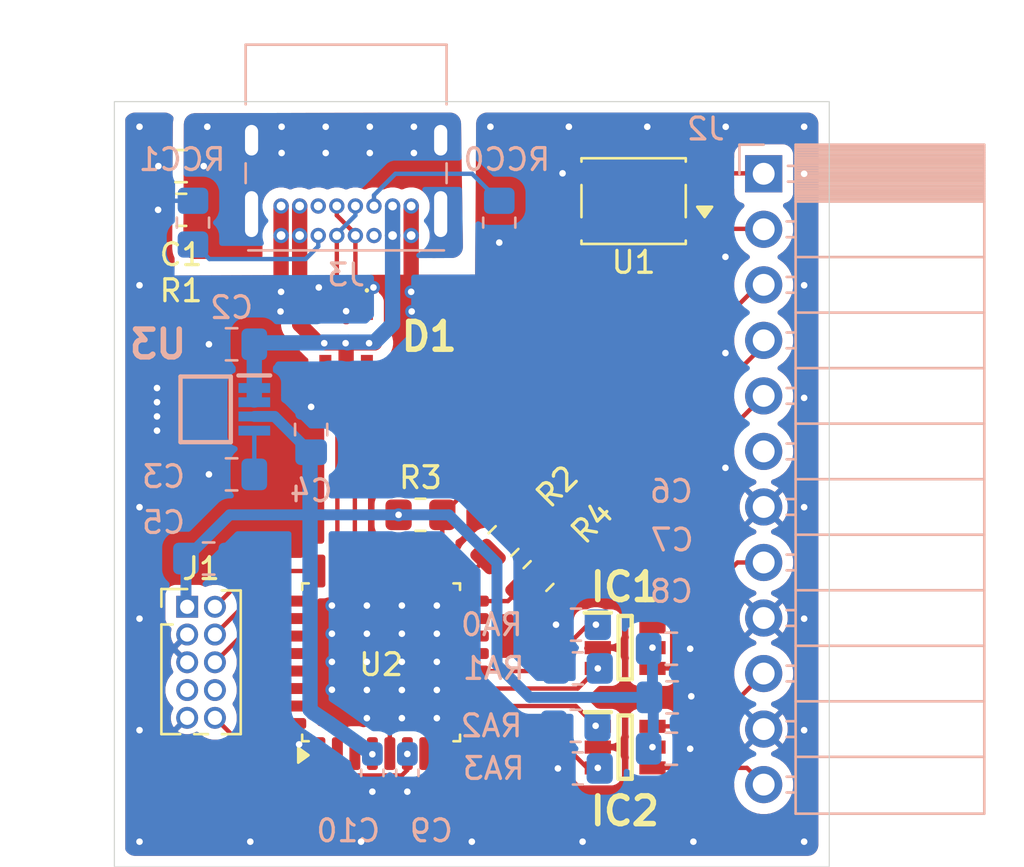
<source format=kicad_pcb>
(kicad_pcb (version 20241229) (generator "pcbnew") (generator_version "9.0")
  (layers (0 "F.Cu" signal) (4 "In1.Cu" signal) (6 "In2.Cu" signal) (2 "B.Cu" signal) (13 "F.Paste" user) (15 "B.Paste" user) (5 "F.SilkS" user "F.Silkscreen") (7 "B.SilkS" user "B.Silkscreen") (1 "F.Mask" user) (3 "B.Mask" user) (25 "Edge.Cuts" user))
  (net 0 "")
  (net 1 "NRST")
  (net 2 "+3V3")
  (net 3 "+5V")
  (net 4 "Net-(D1-I{slash}O_1)")
  (net 5 "/Controller/USB_DM")
  (net 6 "/Controller/USB_DP")
  (net 7 "Net-(D1-I{slash}O_2)")
  (net 8 "Net-(U2-SS)")
  (net 9 "OAPO")
  (net 10 "ORST")
  (net 11 "OPWR")
  (net 12 "/Controller/RST_STRAP")
  (net 13 "OREC")
  (net 14 "/Controller/APO_STRAP")
  (net 18 "SWDIO")
  (net 30 "SWO")
  (net 33 "SWCLK")
  (net 34 "/Controller/PWR_STRAP")
  (net 35 "/Controller/REC_STRAP")
  (net 36 "GND")
  (net 37 "PB2")
  (net 38 "PC_LED+")
  (net 42 "UART2_RXD")
  (net 44 "PC_LED-")
  (net 45 "UART2_TXD")
  (net 46 "Net-(J3-CC2)")
  (net 47 "Net-(J3-CC1)")
  (net 48 "Net-(U1-PB0)")
  (net 49 "Net-(U1-PB1)")
  (net 50 "GNDREF")
  (footprint "SamacSys:SOT95P280X145-6N" (layer "F.Cu") (at 110.6625 74.975)
    (property "Reference" "IC1" (at -0.0125 -2.775 0) (layer "F.SilkS") (effects (font (size 1.27 1.27) (thickness 0.254))))
    (property "Value" "SN74LVC2G07DBVR" (hide yes))
    (pad "1" smd rect (at -1.25 -0.95 90) (size 0.6 1.2) (layers "F.Cu" "F.Mask" "F.Paste") (net 9 "OAPO"))
    (pad "2" smd rect (at -1.25 0 90) (size 0.6 1.2) (layers "F.Cu" "F.Mask" "F.Paste") (net 36 "GND"))
    (pad "3" smd rect (at -1.25 0.95 90) (size 0.6 1.2) (layers "F.Cu" "F.Mask" "F.Paste") (net 10 "ORST"))
    (pad "4" smd rect (at 1.25 0.95 90) (size 0.6 1.2) (layers "F.Cu" "F.Mask" "F.Paste") (net 12 "/Controller/RST_STRAP"))
    (pad "5" smd rect (at 1.25 0 90) (size 0.6 1.2) (layers "F.Cu" "F.Mask" "F.Paste") (net 2 "+3V3"))
    (pad "6" smd rect (at 1.25 -0.95 90) (size 0.6 1.2) (layers "F.Cu" "F.Mask" "F.Paste") (net 14 "/Controller/APO_STRAP"))
  )
  (footprint "SamacSys:IP4220CZ6" (layer "F.Cu") (at 97.9 60.785 -90)
    (property "Reference" "D1" (at -0.035 -3.8 180) (layer "F.SilkS") (effects (font (size 1.27 1.27) (thickness 0.254))))
    (property "Value" "IP4220CZ6" (hide yes))
    (pad "1" smd rect (at -1.2 -0.95) (size 0.55 0.8) (layers "F.Cu" "F.Mask" "F.Paste") (net 4 "Net-(D1-I{slash}O_1)"))
    (pad "2" smd rect (at -1.2 0) (size 0.55 0.8) (layers "F.Cu" "F.Mask" "F.Paste") (net 36 "GND"))
    (pad "3" smd rect (at -1.2 0.95) (size 0.55 0.8) (layers "F.Cu" "F.Mask" "F.Paste") (net 7 "Net-(D1-I{slash}O_2)"))
    (pad "4" smd rect (at 1.2 0.95) (size 0.55 0.8) (layers "F.Cu" "F.Mask" "F.Paste") (net 6 "/Controller/USB_DP"))
    (pad "5" smd rect (at 1.2 0) (size 0.55 0.8) (layers "F.Cu" "F.Mask" "F.Paste") (net 3 "+5V"))
    (pad "6" smd rect (at 1.2 -0.95) (size 0.55 0.8) (layers "F.Cu" "F.Mask" "F.Paste") (net 5 "/Controller/USB_DM"))
  )
  (footprint "Connector_PinHeader_1.27mm:PinHeader_2x05_P1.27mm_Vertical" (layer "F.Cu") (at 90.63 73.105235)
    (property "Reference" "J1" (at 0.635 -1.745 0) (layer "F.SilkS"))
    (property "Value" "Conn_ARM_JTAG_SWD_10")
    (pad "1" thru_hole rect (at 0 0) (size 1 1) (drill 0.65) (layers "*.Cu" "*.Mask") (net 2 "+3V3"))
    (pad "2" thru_hole circle (at 1.27 0) (size 1 1) (drill 0.65) (layers "*.Cu" "*.Mask") (net 18 "SWDIO"))
    (pad "3" thru_hole circle (at 0 1.27) (size 1 1) (drill 0.65) (layers "*.Cu" "*.Mask") (net 36 "GND"))
    (pad "4" thru_hole circle (at 1.27 1.27) (size 1 1) (drill 0.65) (layers "*.Cu" "*.Mask") (net 33 "SWCLK"))
    (pad "5" thru_hole circle (at 0 2.54) (size 1 1) (drill 0.65) (layers "*.Cu" "*.Mask") (net 36 "GND"))
    (pad "6" thru_hole circle (at 1.27 2.54) (size 1 1) (drill 0.65) (layers "*.Cu" "*.Mask") (net 30 "SWO"))
    (pad "7" thru_hole circle (at 0 3.81) (size 1 1) (drill 0.65) (layers "*.Cu" "*.Mask"))
    (pad "8" thru_hole circle (at 1.27 3.81) (size 1 1) (drill 0.65) (layers "*.Cu" "*.Mask"))
    (pad "9" thru_hole circle (at 0 5.08) (size 1 1) (drill 0.65) (layers "*.Cu" "*.Mask") (net 36 "GND"))
    (pad "10" thru_hole circle (at 1.27 5.08) (size 1 1) (drill 0.65) (layers "*.Cu" "*.Mask") (net 1 "NRST"))
  )
  (footprint "Resistor_SMD:R_0805_2012Metric_Pad1.20x1.40mm_HandSolder" (layer "F.Cu") (at 106.7 71.7 -135)
    (property "Reference" "R4" (at -3.464823 0 225) (layer "F.SilkS"))
    (property "Value" "33 Ω")
    (pad "1" smd roundrect (at -1 0 225) (size 1.2 1.4) (layers "F.Cu" "F.Mask" "F.Paste") (roundrect_rratio 0.208333) (net 45 "UART2_TXD"))
    (pad "2" smd roundrect (at 1 0 225) (size 1.2 1.4) (layers "F.Cu" "F.Mask" "F.Paste") (roundrect_rratio 0.208333) (net 49 "Net-(U1-PB1)"))
  )
  (footprint "Resistor_SMD:R_0805_2012Metric_Pad1.20x1.40mm_HandSolder" (layer "F.Cu") (at 90.36 54.95 180)
    (property "Reference" "R1" (at 0.01 -3.7 0) (layer "F.SilkS"))
    (property "Value" "1 MΩ")
    (pad "1" smd roundrect (at -1 0 180) (size 1.2 1.4) (layers "F.Cu" "F.Mask" "F.Paste") (roundrect_rratio 0.208333) (net 50 "GNDREF"))
    (pad "2" smd roundrect (at 1 0 180) (size 1.2 1.4) (layers "F.Cu" "F.Mask" "F.Paste") (roundrect_rratio 0.208333) (net 36 "GND"))
  )
  (footprint "Resistor_SMD:R_0805_2012Metric_Pad1.20x1.40mm_HandSolder" (layer "F.Cu") (at 101.3 68.9)
    (property "Reference" "R3" (at 0 -1.7 180) (layer "F.SilkS"))
    (property "Value" "10 kΩ")
    (pad "1" smd roundrect (at -1 0) (size 1.2 1.4) (layers "F.Cu" "F.Mask" "F.Paste") (roundrect_rratio 0.208333) (net 2 "+3V3"))
    (pad "2" smd roundrect (at 1 0) (size 1.2 1.4) (layers "F.Cu" "F.Mask" "F.Paste") (roundrect_rratio 0.208333) (net 37 "PB2"))
  )
  (footprint "SamacSys:SOT95P280X145-6N" (layer "F.Cu") (at 110.6625 79.525)
    (property "Reference" "IC2" (at -0.0125 2.925 0) (layer "F.SilkS") (effects (font (size 1.27 1.27) (thickness 0.254))))
    (property "Value" "SN74LVC2G07DBVR" (hide yes))
    (pad "1" smd rect (at -1.25 -0.95 90) (size 0.6 1.2) (layers "F.Cu" "F.Mask" "F.Paste") (net 13 "OREC"))
    (pad "2" smd rect (at -1.25 0 90) (size 0.6 1.2) (layers "F.Cu" "F.Mask" "F.Paste") (net 36 "GND"))
    (pad "3" smd rect (at -1.25 0.95 90) (size 0.6 1.2) (layers "F.Cu" "F.Mask" "F.Paste") (net 11 "OPWR"))
    (pad "4" smd rect (at 1.25 0.95 90) (size 0.6 1.2) (layers "F.Cu" "F.Mask" "F.Paste") (net 34 "/Controller/PWR_STRAP"))
    (pad "5" smd rect (at 1.25 0 90) (size 0.6 1.2) (layers "F.Cu" "F.Mask" "F.Paste") (net 2 "+3V3"))
    (pad "6" smd rect (at 1.25 -0.95 90) (size 0.6 1.2) (layers "F.Cu" "F.Mask" "F.Paste") (net 35 "/Controller/REC_STRAP"))
  )
  (footprint "Package_SO:SOIC-4_4.55x3.7mm_P2.54mm" (layer "F.Cu") (at 111.05 54.55 180)
    (property "Reference" "U1" (at 0 -2.8 0) (layer "F.SilkS"))
    (property "Value" "TLP185xSE")
    (pad "1" smd roundrect (at -3.25 -1.27 180) (size 1.6 0.55) (layers "F.Cu" "F.Mask" "F.Paste") (net 38 "PC_LED+"))
    (pad "3" smd roundrect (at -3.25 1.27 180) (size 1.6 0.55) (layers "F.Cu" "F.Mask" "F.Paste") (net 44 "PC_LED-"))
    (pad "4" smd roundrect (at 3.25 1.27 180) (size 1.6 0.55) (layers "F.Cu" "F.Mask" "F.Paste") (net 36 "GND"))
    (pad "6" smd roundrect (at 3.25 -1.27 180) (size 1.6 0.55) (layers "F.Cu" "F.Mask" "F.Paste") (net 37 "PB2"))
  )
  (footprint "Package_QFP:LQFP-32_7x7mm_P0.8mm" (layer "F.Cu") (at 99.5 75.645235 90)
    (property "Reference" "U2" (at -0.104765 0 180) (layer "F.SilkS"))
    (property "Value" "STM32G0B1KETx")
    (pad "1" smd roundrect (at -4.175 -2.8 90) (size 1.5 0.5) (layers "F.Cu" "F.Mask" "F.Paste"))
    (pad "2" smd roundrect (at -4.175 -2 90) (size 1.5 0.5) (layers "F.Cu" "F.Mask" "F.Paste"))
    (pad "3" smd roundrect (at -4.175 -1.2 90) (size 1.5 0.5) (layers "F.Cu" "F.Mask" "F.Paste"))
    (pad "4" smd roundrect (at -4.175 -0.4 90) (size 1.5 0.5) (layers "F.Cu" "F.Mask" "F.Paste") (net 2 "+3V3"))
    (pad "5" smd roundrect (at -4.175 0.4 90) (size 1.5 0.5) (layers "F.Cu" "F.Mask" "F.Paste") (net 36 "GND"))
    (pad "6" smd roundrect (at -4.175 1.2 90) (size 1.5 0.5) (layers "F.Cu" "F.Mask" "F.Paste") (net 1 "NRST"))
    (pad "7" smd roundrect (at -4.175 2 90) (size 1.5 0.5) (layers "F.Cu" "F.Mask" "F.Paste"))
    (pad "8" smd roundrect (at -4.175 2.8 90) (size 1.5 0.5) (layers "F.Cu" "F.Mask" "F.Paste"))
    (pad "9" smd roundrect (at -2.8 4.175 90) (size 0.5 1.5) (layers "F.Cu" "F.Mask" "F.Paste") (net 11 "OPWR"))
    (pad "10" smd roundrect (at -2 4.175 90) (size 0.5 1.5) (layers "F.Cu" "F.Mask" "F.Paste") (net 13 "OREC"))
    (pad "11" smd roundrect (at -1.2 4.175 90) (size 0.5 1.5) (layers "F.Cu" "F.Mask" "F.Paste") (net 10 "ORST"))
    (pad "12" smd roundrect (at -0.4 4.175 90) (size 0.5 1.5) (layers "F.Cu" "F.Mask" "F.Paste") (net 9 "OAPO"))
    (pad "13" smd roundrect (at 0.4 4.175 90) (size 0.5 1.5) (layers "F.Cu" "F.Mask" "F.Paste"))
    (pad "14" smd roundrect (at 1.2 4.175 90) (size 0.5 1.5) (layers "F.Cu" "F.Mask" "F.Paste"))
    (pad "15" smd roundrect (at 2 4.175 90) (size 0.5 1.5) (layers "F.Cu" "F.Mask" "F.Paste") (net 48 "Net-(U1-PB0)"))
    (pad "16" smd roundrect (at 2.8 4.175 90) (size 0.5 1.5) (layers "F.Cu" "F.Mask" "F.Paste") (net 49 "Net-(U1-PB1)"))
    (pad "17" smd roundrect (at 4.175 2.8 90) (size 1.5 0.5) (layers "F.Cu" "F.Mask" "F.Paste") (net 37 "PB2"))
    (pad "18" smd roundrect (at 4.175 2 90) (size 1.5 0.5) (layers "F.Cu" "F.Mask" "F.Paste"))
    (pad "19" smd roundrect (at 4.175 1.2 90) (size 1.5 0.5) (layers "F.Cu" "F.Mask" "F.Paste"))
    (pad "20" smd roundrect (at 4.175 0.4 90) (size 1.5 0.5) (layers "F.Cu" "F.Mask" "F.Paste"))
    (pad "21" smd roundrect (at 4.175 -0.4 90) (size 1.5 0.5) (layers "F.Cu" "F.Mask" "F.Paste"))
    (pad "22" smd roundrect (at 4.175 -1.2 90) (size 1.5 0.5) (layers "F.Cu" "F.Mask" "F.Paste") (net 5 "/Controller/USB_DM"))
    (pad "23" smd roundrect (at 4.175 -2 90) (size 1.5 0.5) (layers "F.Cu" "F.Mask" "F.Paste") (net 6 "/Controller/USB_DP"))
    (pad "24" smd roundrect (at 4.175 -2.8 90) (size 1.5 0.5) (layers "F.Cu" "F.Mask" "F.Paste") (net 18 "SWDIO"))
    (pad "25" smd roundrect (at 2.8 -4.175 90) (size 0.5 1.5) (layers "F.Cu" "F.Mask" "F.Paste") (net 33 "SWCLK"))
    (pad "26" smd roundrect (at 2 -4.175 90) (size 0.5 1.5) (layers "F.Cu" "F.Mask" "F.Paste"))
    (pad "27" smd roundrect (at 1.2 -4.175 90) (size 0.5 1.5) (layers "F.Cu" "F.Mask" "F.Paste") (net 30 "SWO"))
    (pad "28" smd roundrect (at 0.4 -4.175 90) (size 0.5 1.5) (layers "F.Cu" "F.Mask" "F.Paste"))
    (pad "29" smd roundrect (at -0.4 -4.175 90) (size 0.5 1.5) (layers "F.Cu" "F.Mask" "F.Paste"))
    (pad "30" smd roundrect (at -1.2 -4.175 90) (size 0.5 1.5) (layers "F.Cu" "F.Mask" "F.Paste"))
    (pad "31" smd roundrect (at -2 -4.175 90) (size 0.5 1.5) (layers "F.Cu" "F.Mask" "F.Paste"))
    (pad "32" smd roundrect (at -2.8 -4.175 90) (size 0.5 1.5) (layers "F.Cu" "F.Mask" "F.Paste"))
  )
  (footprint "Resistor_SMD:R_0805_2012Metric_Pad1.20x1.40mm_HandSolder" (layer "F.Cu") (at 105.1 70.1 -135)
    (property "Reference" "R2" (at -3.500179 0.035355 225) (layer "F.SilkS"))
    (property "Value" "33 Ω")
    (pad "1" smd roundrect (at -1 0 225) (size 1.2 1.4) (layers "F.Cu" "F.Mask" "F.Paste") (roundrect_rratio 0.208333) (net 42 "UART2_RXD"))
    (pad "2" smd roundrect (at 1 0 225) (size 1.2 1.4) (layers "F.Cu" "F.Mask" "F.Paste") (roundrect_rratio 0.208333) (net 48 "Net-(U1-PB0)"))
  )
  (footprint "Capacitor_SMD:C_0805_2012Metric_Pad1.18x1.45mm_HandSolder" (layer "F.Cu") (at 90.35 52.95 180)
    (property "Reference" "C1" (at 0 -4.05 0) (layer "F.SilkS"))
    (property "Value" "2.2 nF")
    (pad "1" smd roundrect (at -1.0375 0 180) (size 1.175 1.45) (layers "F.Cu" "F.Mask" "F.Paste") (roundrect_rratio 0.212766) (net 50 "GNDREF"))
    (pad "2" smd roundrect (at 1.0375 0 180) (size 1.175 1.45) (layers "F.Cu" "F.Mask" "F.Paste") (roundrect_rratio 0.212766) (net 36 "GND"))
  )
  (footprint "Connector_USB:USB_C_Receptacle_GCT_USB4085" (layer "B.Cu") (at 94.925 56.125)
    (property "Reference" "J3" (at 2.975 1.8 0) (layer "B.SilkS") (effects (justify mirror)))
    (property "Value" "USB_C_Receptacle_USB2.0_14P")
    (pad "A1" thru_hole circle (at 0 0) (size 0.7 0.7) (drill 0.4) (layers "*.Cu" "*.Mask") (net 36 "GND"))
    (pad "A4" thru_hole circle (at 0.85 0) (size 0.7 0.7) (drill 0.4) (layers "*.Cu" "*.Mask") (net 3 "+5V"))
    (pad "A5" thru_hole circle (at 1.7 0) (size 0.7 0.7) (drill 0.4) (layers "*.Cu" "*.Mask") (net 47 "Net-(J3-CC1)"))
    (pad "A6" thru_hole circle (at 2.55 0) (size 0.7 0.7) (drill 0.4) (layers "*.Cu" "*.Mask") (net 7 "Net-(D1-I{slash}O_2)"))
    (pad "A7" thru_hole circle (at 3.4 0) (size 0.7 0.7) (drill 0.4) (layers "*.Cu" "*.Mask") (net 4 "Net-(D1-I{slash}O_1)"))
    (pad "A8" thru_hole circle (at 4.25 0) (size 0.7 0.7) (drill 0.4) (layers "*.Cu" "*.Mask"))
    (pad "A9" thru_hole circle (at 5.1 0) (size 0.7 0.7) (drill 0.4) (layers "*.Cu" "*.Mask") (net 3 "+5V"))
    (pad "A12" thru_hole circle (at 5.95 0) (size 0.7 0.7) (drill 0.4) (layers "*.Cu" "*.Mask") (net 36 "GND"))
    (pad "B1" thru_hole circle (at 5.95 -1.35) (size 0.7 0.7) (drill 0.4) (layers "*.Cu" "*.Mask") (net 36 "GND"))
    (pad "B4" thru_hole circle (at 5.1 -1.35) (size 0.7 0.7) (drill 0.4) (layers "*.Cu" "*.Mask") (net 3 "+5V"))
    (pad "B5" thru_hole circle (at 4.25 -1.35) (size 0.7 0.7) (drill 0.4) (layers "*.Cu" "*.Mask") (net 46 "Net-(J3-CC2)"))
    (pad "B6" thru_hole circle (at 3.4 -1.35) (size 0.7 0.7) (drill 0.4) (layers "*.Cu" "*.Mask") (net 7 "Net-(D1-I{slash}O_2)"))
    (pad "B7" thru_hole circle (at 2.55 -1.35) (size 0.7 0.7) (drill 0.4) (layers "*.Cu" "*.Mask") (net 4 "Net-(D1-I{slash}O_1)"))
    (pad "B8" thru_hole circle (at 1.7 -1.35) (size 0.7 0.7) (drill 0.4) (layers "*.Cu" "*.Mask"))
    (pad "B9" thru_hole circle (at 0.85 -1.35) (size 0.7 0.7) (drill 0.4) (layers "*.Cu" "*.Mask") (net 3 "+5V"))
    (pad "B12" thru_hole circle (at 0 -1.35) (size 0.7 0.7) (drill 0.4) (layers "*.Cu" "*.Mask") (net 36 "GND"))
    (pad "S1" thru_hole oval (at -1.35 -4.36) (size 0.9 1.7) (drill oval 0.6 1.4) (layers "*.Cu" "*.Mask") (net 50 "GNDREF"))
    (pad "S1" thru_hole oval (at -1.35 -0.98) (size 0.9 2.4) (drill oval 0.6 2.1) (layers "*.Cu" "*.Mask") (net 50 "GNDREF"))
    (pad "S1" thru_hole oval (at 7.3 -4.36) (size 0.9 1.7) (drill oval 0.6 1.4) (layers "*.Cu" "*.Mask") (net 50 "GNDREF"))
    (pad "S1" thru_hole oval (at 7.3 -0.98) (size 0.9 2.4) (drill oval 0.6 2.1) (layers "*.Cu" "*.Mask") (net 50 "GNDREF"))
  )
  (footprint "SamacSys:SOP65P490X110-8N" (layer "B.Cu") (at 91.475 64.075 180)
    (property "Reference" "U3" (at 2.175 2.975 0) (layer "B.SilkS") (effects (font (size 1.27 1.27) (thickness 0.254)) (justify mirror)))
    (property "Value" "ADP1715ARMZ-3.3-R7" (hide yes))
    (pad "1" smd rect (at -2.225 0.975 90) (size 0.45 1.45) (layers "B.Cu" "B.Mask" "B.Paste") (net 3 "+5V"))
    (pad "2" smd rect (at -2.225 0.325 90) (size 0.45 1.45) (layers "B.Cu" "B.Mask" "B.Paste") (net 3 "+5V"))
    (pad "3" smd rect (at -2.225 -0.325 90) (size 0.45 1.45) (layers "B.Cu" "B.Mask" "B.Paste") (net 2 "+3V3"))
    (pad "4" smd rect (at -2.225 -0.975 90) (size 0.45 1.45) (layers "B.Cu" "B.Mask" "B.Paste") (net 8 "Net-(U2-SS)"))
    (pad "5" smd rect (at 2.225 -0.975 90) (size 0.45 1.45) (layers "B.Cu" "B.Mask" "B.Paste") (net 36 "GND"))
    (pad "6" smd rect (at 2.225 -0.325 90) (size 0.45 1.45) (layers "B.Cu" "B.Mask" "B.Paste") (net 36 "GND"))
    (pad "7" smd rect (at 2.225 0.325 90) (size 0.45 1.45) (layers "B.Cu" "B.Mask" "B.Paste") (net 36 "GND"))
    (pad "8" smd rect (at 2.225 0.975 90) (size 0.45 1.45) (layers "B.Cu" "B.Mask" "B.Paste") (net 36 "GND"))
  )
  (footprint "Capacitor_SMD:C_0603_1608Metric_Pad1.08x0.95mm_HandSolder" (layer "B.Cu") (at 100.7 80.7 -90)
    (property "Reference" "C9" (at 2.65 -1.1 0) (layer "B.SilkS") (effects (justify mirror)))
    (property "Value" "0.1 μF")
    (pad "1" smd roundrect (at -0.8625 0 270) (size 1.075 0.95) (layers "B.Cu" "B.Mask" "B.Paste") (net 1 "NRST"))
    (pad "2" smd roundrect (at 0.8625 0 270) (size 1.075 0.95) (layers "B.Cu" "B.Mask" "B.Paste") (net 36 "GND"))
  )
  (footprint "Capacitor_SMD:C_0805_2012Metric_Pad1.18x1.45mm_HandSolder" (layer "B.Cu") (at 112.775 79.6)
    (property "Reference" "C8" (at 0 -7.2 180) (layer "B.SilkS") (effects (justify mirror)))
    (property "Value" "0.1 µF")
    (pad "1" smd roundrect (at -1.0375 0) (size 1.175 1.45) (layers "B.Cu" "B.Mask" "B.Paste") (roundrect_rratio 0.212766) (net 2 "+3V3"))
    (pad "2" smd roundrect (at 1.0375 0) (size 1.175 1.45) (layers "B.Cu" "B.Mask" "B.Paste") (roundrect_rratio 0.212766) (net 36 "GND"))
  )
  (footprint "Connector_PinSocket_2.54mm:PinSocket_1x12_P2.54mm_Horizontal" (layer "B.Cu") (at 117 53.3 180)
    (property "Reference" "J2" (at 2.65 2.05 0) (layer "B.SilkS") (effects (justify mirror)))
    (property "Value" "Conn_01x12_Socket")
    (pad "1" thru_hole rect (at 0 0 180) (size 1.7 1.7) (drill 1) (layers "*.Cu" "*.Mask") (net 44 "PC_LED-"))
    (pad "2" thru_hole circle (at 0 -2.54 180) (size 1.7 1.7) (drill 1) (layers "*.Cu" "*.Mask") (net 38 "PC_LED+"))
    (pad "3" thru_hole circle (at 0 -5.08 180) (size 1.7 1.7) (drill 1) (layers "*.Cu" "*.Mask") (net 42 "UART2_RXD"))
    (pad "4" thru_hole circle (at 0 -7.62 180) (size 1.7 1.7) (drill 1) (layers "*.Cu" "*.Mask") (net 45 "UART2_TXD"))
    (pad "5" thru_hole circle (at 0 -10.16 180) (size 1.7 1.7) (drill 1) (layers "*.Cu" "*.Mask") (net 14 "/Controller/APO_STRAP"))
    (pad "6" thru_hole circle (at 0 -12.7 180) (size 1.7 1.7) (drill 1) (layers "*.Cu" "*.Mask"))
    (pad "7" thru_hole circle (at 0 -15.24 180) (size 1.7 1.7) (drill 1) (layers "*.Cu" "*.Mask") (net 36 "GND"))
    (pad "8" thru_hole circle (at 0 -17.78 180) (size 1.7 1.7) (drill 1) (layers "*.Cu" "*.Mask") (net 12 "/Controller/RST_STRAP"))
    (pad "9" thru_hole circle (at 0 -20.32 180) (size 1.7 1.7) (drill 1) (layers "*.Cu" "*.Mask") (net 36 "GND"))
    (pad "10" thru_hole circle (at 0 -22.86 180) (size 1.7 1.7) (drill 1) (layers "*.Cu" "*.Mask") (net 35 "/Controller/REC_STRAP"))
    (pad "11" thru_hole circle (at 0 -25.4 180) (size 1.7 1.7) (drill 1) (layers "*.Cu" "*.Mask") (net 36 "GND"))
    (pad "12" thru_hole circle (at 0 -27.94 180) (size 1.7 1.7) (drill 1) (layers "*.Cu" "*.Mask") (net 34 "/Controller/PWR_STRAP"))
  )
  (footprint "Capacitor_SMD:C_0805_2012Metric_Pad1.18x1.45mm_HandSolder" (layer "B.Cu") (at 92.6625 67.05 180)
    (property "Reference" "C3" (at 3.1125 -0.1 0) (layer "B.SilkS") (effects (justify mirror)))
    (property "Value" "10nF")
    (pad "1" smd roundrect (at -1.0375 0 180) (size 1.175 1.45) (layers "B.Cu" "B.Mask" "B.Paste") (roundrect_rratio 0.212766) (net 8 "Net-(U2-SS)"))
    (pad "2" smd roundrect (at 1.0375 0 180) (size 1.175 1.45) (layers "B.Cu" "B.Mask" "B.Paste") (roundrect_rratio 0.212766) (net 36 "GND"))
  )
  (footprint "Capacitor_SMD:C_0603_1608Metric_Pad1.08x0.95mm_HandSolder" (layer "B.Cu") (at 99.1 80.7 -90)
    (property "Reference" "C10" (at 2.65 1.1 0) (layer "B.SilkS") (effects (justify mirror)))
    (property "Value" "0.1 µF")
    (pad "1" smd roundrect (at -0.8625 0 270) (size 1.075 0.95) (layers "B.Cu" "B.Mask" "B.Paste") (net 2 "+3V3"))
    (pad "2" smd roundrect (at 0.8625 0 270) (size 1.075 0.95) (layers "B.Cu" "B.Mask" "B.Paste") (net 36 "GND"))
  )
  (footprint "Capacitor_SMD:C_0805_2012Metric_Pad1.18x1.45mm_HandSolder" (layer "B.Cu") (at 92.6625 61.1 180)
    (property "Reference" "C2" (at 0 1.68 0) (layer "B.SilkS") (effects (justify mirror)))
    (property "Value" "2.2μF")
    (pad "1" smd roundrect (at -1.0375 0 180) (size 1.175 1.45) (layers "B.Cu" "B.Mask" "B.Paste") (roundrect_rratio 0.212766) (net 3 "+5V"))
    (pad "2" smd roundrect (at 1.0375 0 180) (size 1.175 1.45) (layers "B.Cu" "B.Mask" "B.Paste") (roundrect_rratio 0.212766) (net 36 "GND"))
  )
  (footprint "Capacitor_SMD:C_0805_2012Metric_Pad1.18x1.45mm_HandSolder" (layer "B.Cu") (at 96.3 65 90)
    (property "Reference" "C4" (at -2.8 0 180) (layer "B.SilkS") (effects (justify mirror)))
    (property "Value" "2.2μF")
    (pad "1" smd roundrect (at -1.0375 0 90) (size 1.175 1.45) (layers "B.Cu" "B.Mask" "B.Paste") (roundrect_rratio 0.212766) (net 2 "+3V3"))
    (pad "2" smd roundrect (at 1.0375 0 90) (size 1.175 1.45) (layers "B.Cu" "B.Mask" "B.Paste") (roundrect_rratio 0.212766) (net 36 "GND"))
  )
  (footprint "Resistor_SMD:R_0805_2012Metric_Pad1.20x1.40mm_HandSolder" (layer "B.Cu") (at 104.905 55.535 -90)
    (property "Reference" "RCC0" (at -2.885 -0.345 0) (layer "B.SilkS") (effects (justify mirror)))
    (property "Value" "5.1 kΩ")
    (pad "1" smd roundrect (at -1 0 270) (size 1.2 1.4) (layers "B.Cu" "B.Mask" "B.Paste") (roundrect_rratio 0.208333) (net 46 "Net-(J3-CC2)"))
    (pad "2" smd roundrect (at 1 0 270) (size 1.2 1.4) (layers "B.Cu" "B.Mask" "B.Paste") (roundrect_rratio 0.208333) (net 36 "GND"))
  )
  (footprint "Resistor_SMD:R_0805_2012Metric_Pad1.20x1.40mm_HandSolder" (layer "B.Cu") (at 108.4125 73.925 180)
    (property "Reference" "RA0" (at 3.85 0 0) (layer "B.SilkS") (effects (justify mirror)))
    (property "Value" "100 kΩ")
    (pad "1" smd roundrect (at -1 0 180) (size 1.2 1.4) (layers "B.Cu" "B.Mask" "B.Paste") (roundrect_rratio 0.208333) (net 9 "OAPO"))
    (pad "2" smd roundrect (at 1 0 180) (size 1.2 1.4) (layers "B.Cu" "B.Mask" "B.Paste") (roundrect_rratio 0.208333) (net 36 "GND"))
  )
  (footprint "Capacitor_SMD:C_0805_2012Metric_Pad1.18x1.45mm_HandSolder" (layer "B.Cu") (at 112.8125 77.25)
    (property "Reference" "C7" (at 0 -7.2 180) (layer "B.SilkS") (effects (justify mirror)))
    (property "Value" "1 µF")
    (pad "1" smd roundrect (at -1.0375 0) (size 1.175 1.45) (layers "B.Cu" "B.Mask" "B.Paste") (roundrect_rratio 0.212766) (net 2 "+3V3"))
    (pad "2" smd roundrect (at 1.0375 0) (size 1.175 1.45) (layers "B.Cu" "B.Mask" "B.Paste") (roundrect_rratio 0.212766) (net 36 "GND"))
  )
  (footprint "Resistor_SMD:R_0805_2012Metric_Pad1.20x1.40mm_HandSolder" (layer "B.Cu") (at 108.5 75.925 180)
    (property "Reference" "RA1" (at 3.85 0 0) (layer "B.SilkS") (effects (justify mirror)))
    (property "Value" "100 kΩ")
    (pad "1" smd roundrect (at -1 0 180) (size 1.2 1.4) (layers "B.Cu" "B.Mask" "B.Paste") (roundrect_rratio 0.208333) (net 10 "ORST"))
    (pad "2" smd roundrect (at 1 0 180) (size 1.2 1.4) (layers "B.Cu" "B.Mask" "B.Paste") (roundrect_rratio 0.208333) (net 36 "GND"))
  )
  (footprint "Resistor_SMD:R_0805_2012Metric_Pad1.20x1.40mm_HandSolder" (layer "B.Cu") (at 108.5 80.5 180)
    (property "Reference" "RA3" (at 3.85 0 0) (layer "B.SilkS") (effects (justify mirror)))
    (property "Value" "100 kΩ")
    (pad "1" smd roundrect (at -1 0 180) (size 1.2 1.4) (layers "B.Cu" "B.Mask" "B.Paste") (roundrect_rratio 0.208333) (net 11 "OPWR"))
    (pad "2" smd roundrect (at 1 0 180) (size 1.2 1.4) (layers "B.Cu" "B.Mask" "B.Paste") (roundrect_rratio 0.208333) (net 36 "GND"))
  )
  (footprint "Resistor_SMD:R_0805_2012Metric_Pad1.20x1.40mm_HandSolder" (layer "B.Cu") (at 108.4 78.55 180)
    (property "Reference" "RA2" (at 3.85 0 0) (layer "B.SilkS") (effects (justify mirror)))
    (property "Value" "100 kΩ")
    (pad "1" smd roundrect (at -1 0 180) (size 1.2 1.4) (layers "B.Cu" "B.Mask" "B.Paste") (roundrect_rratio 0.208333) (net 13 "OREC"))
    (pad "2" smd roundrect (at 1 0 180) (size 1.2 1.4) (layers "B.Cu" "B.Mask" "B.Paste") (roundrect_rratio 0.208333) (net 36 "GND"))
  )
  (footprint "Capacitor_SMD:C_0805_2012Metric_Pad1.18x1.45mm_HandSolder" (layer "B.Cu") (at 91.6125 70.9)
    (property "Reference" "C5" (at -2.0625 -1.65 0) (layer "B.SilkS") (effects (justify mirror)))
    (property "Value" "4.7 µF")
    (pad "1" smd roundrect (at -1.0375 0) (size 1.175 1.45) (layers "B.Cu" "B.Mask" "B.Paste") (roundrect_rratio 0.212766) (net 2 "+3V3"))
    (pad "2" smd roundrect (at 1.0375 0) (size 1.175 1.45) (layers "B.Cu" "B.Mask" "B.Paste") (roundrect_rratio 0.212766) (net 36 "GND"))
  )
  (footprint "Resistor_SMD:R_0805_2012Metric_Pad1.20x1.40mm_HandSolder" (layer "B.Cu") (at 90.895 55.535 90)
    (property "Reference" "RCC1" (at 2.885 -0.495 180) (layer "B.SilkS") (effects (justify mirror)))
    (property "Value" "5.1 kΩ")
    (pad "1" smd roundrect (at -1 0 90) (size 1.2 1.4) (layers "B.Cu" "B.Mask" "B.Paste") (roundrect_rratio 0.208333) (net 47 "Net-(J3-CC1)"))
    (pad "2" smd roundrect (at 1 0 90) (size 1.2 1.4) (layers "B.Cu" "B.Mask" "B.Paste") (roundrect_rratio 0.208333) (net 36 "GND"))
  )
  (footprint "Capacitor_SMD:C_0805_2012Metric_Pad1.18x1.45mm_HandSolder" (layer "B.Cu") (at 112.775 75.025)
    (property "Reference" "C6" (at 0 -7.2 180) (layer "B.SilkS") (effects (justify mirror)))
    (property "Value" "0.1 µF")
    (pad "1" smd roundrect (at -1.0375 0) (size 1.175 1.45) (layers "B.Cu" "B.Mask" "B.Paste") (roundrect_rratio 0.212766) (net 2 "+3V3"))
    (pad "2" smd roundrect (at 1.0375 0) (size 1.175 1.45) (layers "B.Cu" "B.Mask" "B.Paste") (roundrect_rratio 0.212766) (net 36 "GND"))
  )
  (gr_rect (start 87.3 50) (end 120 85) (stroke (width 0.05)) (fill no) (layer "Edge.Cuts"))
  (segment (start 100.7 80.570234) (end 100.7 79.820235) (width 0.2) (layer "F.Cu") (net 1))
  (segment (start 94.536 80.821235) (end 100.448999 80.821235) (width 0.2) (layer "F.Cu") (net 1))
  (segment (start 91.9 78.185235) (end 94.536 80.821235) (width 0.2) (layer "F.Cu") (net 1))
  (segment (start 100.448999 80.821235) (end 100.7 80.570234) (width 0.2) (layer "F.Cu") (net 1))
  (via (at 100.7 79.8375) (size 0.6) (drill 0.3) (layers "F.Cu" "B.Cu") (net 1))
  (via (at 111.9125 79.524998) (size 0.6) (drill 0.3) (layers "F.Cu" "B.Cu") (net 2))
  (via (at 99.1 79.85) (size 0.6) (drill 0.3) (layers "F.Cu" "B.Cu") (net 2))
  (via (at 100.3 68.9) (size 0.6) (drill 0.3) (layers "F.Cu" "B.Cu") (net 2))
  (via (at 111.9125 74.975) (size 0.6) (drill 0.3) (layers "F.Cu" "B.Cu") (net 2))
  (segment (start 104.8 75.75) (end 106.3 77.25) (width 0.5) (layer "B.Cu") (net 2))
  (segment (start 97.15 78.45) (end 96.4 77.95) (width 0.7) (layer "B.Cu") (net 2))
  (segment (start 90.575 70.9) (end 90.575 73.050235) (width 0.5) (layer "B.Cu") (net 2))
  (segment (start 111.9125 77.2125) (end 111.95 77.25) (width 0.2) (layer "B.Cu") (net 2))
  (segment (start 93.7 64.4) (end 94.625 64.4) (width 0.5) (layer "B.Cu") (net 2))
  (segment (start 96.95 68.9) (end 96.2 68.9) (width 0.5) (layer "B.Cu") (net 2))
  (segment (start 90.575 73.050235) (end 90.63 73.105235) (width 0.2) (layer "B.Cu") (net 2))
  (segment (start 90.575 70.9) (end 92.575 68.9) (width 0.5) (layer "B.Cu") (net 2))
  (segment (start 92.575 68.9) (end 96.2 68.9) (width 0.5) (layer "B.Cu") (net 2))
  (segment (start 106.3 77.25) (end 111.95 77.25) (width 0.5) (layer "B.Cu") (net 2))
  (segment (start 96.4 77.95) (end 96.25 77.8) (width 0.7) (layer "B.Cu") (net 2))
  (segment (start 99.1 79.8375) (end 97.15 78.45) (width 0.7) (layer "B.Cu") (net 2))
  (segment (start 96.2 68.9) (end 96.25 68.95) (width 0.2) (layer "B.Cu") (net 2))
  (segment (start 111.9125 74.975) (end 111.9125 77.2125) (width 0.5) (layer "B.Cu") (net 2))
  (segment (start 99.1 79.85) (end 99.1 79.8375) (width 0.2) (layer "B.Cu") (net 2))
  (segment (start 96.25 66.025) (end 96.25 68.95) (width 0.7) (layer "B.Cu") (net 2))
  (segment (start 111.95 79.487498) (end 111.95 77.25) (width 0.5) (layer "B.Cu") (net 2))
  (segment (start 94.625 64.4) (end 96.25 66.025) (width 0.5) (layer "B.Cu") (net 2))
  (segment (start 111.9125 79.524998) (end 111.95 79.487498) (width 0.2) (layer "B.Cu") (net 2))
  (segment (start 96.95 68.9) (end 100.3 68.9) (width 0.5) (layer "B.Cu") (net 2))
  (segment (start 102.6 68.9) (end 104.8 71.1) (width 0.5) (layer "B.Cu") (net 2))
  (segment (start 96.25 77.8) (end 96.25 68.95) (width 0.7) (layer "B.Cu") (net 2))
  (segment (start 104.8 71.1) (end 104.8 75.75) (width 0.5) (layer "B.Cu") (net 2))
  (segment (start 100.3 68.9) (end 102.6 68.9) (width 0.5) (layer "B.Cu") (net 2))
  (segment (start 96.8 61.034) (end 97.2 61.034) (width 0.7) (layer "F.Cu") (net 3))
  (segment (start 95.775 60.187) (end 96.622 61.034) (width 0.7) (layer "F.Cu") (net 3))
  (segment (start 97.2 61.034) (end 99.2 61.034) (width 0.7) (layer "F.Cu") (net 3))
  (segment (start 97.9 61.158) (end 97.9 61.985) (width 0.7) (layer "F.Cu") (net 3))
  (segment (start 95.775 54.775) (end 95.775 56.125) (width 0.7) (layer "F.Cu") (net 3))
  (segment (start 96.622 61.034) (end 96.8 61.034) (width 0.7) (layer "F.Cu") (net 3))
  (segment (start 99.2 61.034) (end 98.024 61.034) (width 0.7) (layer "F.Cu") (net 3))
  (segment (start 97.776 61.034) (end 97.9 61.158) (width 0.7) (layer "F.Cu") (net 3))
  (segment (start 98.024 61.034) (end 97.9 61.158) (width 0.7) (layer "F.Cu") (net 3))
  (segment (start 97.2 61.034) (end 97.776 61.034) (width 0.7) (layer "F.Cu") (net 3))
  (segment (start 95.775 56.125) (end 95.775 60.187) (width 0.7) (layer "F.Cu") (net 3))
  (via (at 97.875998 61.05) (size 0.6) (drill 0.3) (layers "F.Cu" "B.Cu") (net 3))
  (via (at 96.9 61.05) (size 0.6) (drill 0.3) (layers "F.Cu" "B.Cu") (net 3))
  (via (at 98.95 61.05) (size 0.6) (drill 0.3) (layers "F.Cu" "B.Cu") (net 3))
  (segment (start 93.7 63.1) (end 93.7 63.649) (width 0.7) (layer "B.Cu") (net 3))
  (segment (start 96.834 61) (end 96.8 61.034) (width 0.7) (layer "B.Cu") (net 3))
  (segment (start 99.2 61) (end 98 61) (width 0.7) (layer "B.Cu") (net 3))
  (segment (start 93.7 61.1) (end 93.766 61.034) (width 0.7) (layer "B.Cu") (net 3))
  (segment (start 100.025 56.125) (end 100.025 60.175) (width 0.7) (layer "B.Cu") (net 3))
  (segment (start 93.766 61.034) (end 96.8 61.034) (width 0.7) (layer "B.Cu") (net 3))
  (segment (start 100.025 54.775) (end 100.025 56.125) (width 0.7) (layer "B.Cu") (net 3))
  (segment (start 93.7 63.1) (end 93.7 61.1) (width 0.7) (layer "B.Cu") (net 3))
  (segment (start 98 61) (end 97.966001 61.033999) (width 0.7) (layer "B.Cu") (net 3))
  (segment (start 100.025 60.175) (end 99.2 61) (width 0.7) (layer "B.Cu") (net 3))
  (segment (start 98 61) (end 96.834 61) (width 0.7) (layer "B.Cu") (net 3))
  (segment (start 97.475 55.204346) (end 97.475 54.775) (width 0.2) (layer "F.Cu") (net 4))
  (segment (start 98.325 58.46) (end 98.325 56.125) (width 0.2) (layer "F.Cu") (net 4))
  (segment (start 98.85 58.985) (end 98.325 58.46) (width 0.2) (layer "F.Cu") (net 4))
  (segment (start 98.325 56.054346) (end 97.475 55.204346) (width 0.2) (layer "F.Cu") (net 4))
  (segment (start 98.325 56.125) (end 98.325 56.054346) (width 0.2) (layer "F.Cu") (net 4))
  (segment (start 98.85 59.585) (end 98.85 58.985) (width 0.2) (layer "F.Cu") (net 4))
  (segment (start 98.3 63.135) (end 98.3 71.470235) (width 0.2) (layer "F.Cu") (net 5))
  (segment (start 98.85 62.585) (end 98.3 63.135) (width 0.2) (layer "F.Cu") (net 5))
  (segment (start 98.85 61.985) (end 98.85 62.585) (width 0.2) (layer "F.Cu") (net 5))
  (segment (start 96.95 62.585) (end 97.5 63.135) (width 0.2) (layer "F.Cu") (net 6))
  (segment (start 97.5 63.135) (end 97.5 71.470235) (width 0.2) (layer "F.Cu") (net 6))
  (segment (start 96.95 61.985) (end 96.95 62.585) (width 0.2) (layer "F.Cu") (net 6))
  (segment (start 96.95 59.585) (end 96.95 58.985) (width 0.2) (layer "F.Cu") (net 7))
  (segment (start 96.95 58.985) (end 97.475 58.46) (width 0.2) (layer "F.Cu") (net 7))
  (segment (start 97.475 58.46) (end 97.475 56.125) (width 0.2) (layer "F.Cu") (net 7))
  (segment (start 97.475 56.054346) (end 98.325 55.204346) (width 0.2) (layer "B.Cu") (net 7))
  (segment (start 98.325 55.204346) (end 98.325 54.775) (width 0.2) (layer "B.Cu") (net 7))
  (segment (start 97.475 56.125) (end 97.475 56.054346) (width 0.2) (layer "B.Cu") (net 7))
  (segment (start 93.7 65.05) (end 93.7 67.05) (width 0.2) (layer "B.Cu") (net 8))
  (segment (start 106.840265 76.045235) (end 108.9605 73.925) (width 0.2) (layer "F.Cu") (net 9))
  (segment (start 103.675 76.045235) (end 106.840265 76.045235) (width 0.2) (layer "F.Cu") (net 9))
  (segment (start 108.9605 73.925) (end 109.325 73.925) (width 0.2) (layer "F.Cu") (net 9))
  (via (at 109.324999 73.924999) (size 0.6) (drill 0.3) (layers "F.Cu" "B.Cu") (net 9))
  (segment (start 108.492265 76.845235) (end 109.4125 75.925) (width 0.2) (layer "F.Cu") (net 10))
  (segment (start 103.675 76.845235) (end 108.492265 76.845235) (width 0.2) (layer "F.Cu") (net 10))
  (via (at 109.4125 75.925) (size 0.6) (drill 0.3) (layers "F.Cu" "B.Cu") (net 10))
  (segment (start 106.895235 78.445235) (end 108.924998 80.474998) (width 0.2) (layer "F.Cu") (net 11))
  (segment (start 103.675 78.445235) (end 106.895235 78.445235) (width 0.2) (layer "F.Cu") (net 11))
  (segment (start 108.924998 80.474998) (end 109.4125 80.474998) (width 0.2) (layer "F.Cu") (net 11))
  (via (at 109.4125 80.474998) (size 0.6) (drill 0.3) (layers "F.Cu" "B.Cu") (net 11))
  (segment (start 111.9125 75.925) (end 112.7125 75.925) (width 0.2) (layer "F.Cu") (net 12))
  (segment (start 112.8135 74.064419) (end 115.797919 71.08) (width 0.2) (layer "F.Cu") (net 12))
  (segment (start 112.7125 75.925) (end 112.8135 75.824) (width 0.2) (layer "F.Cu") (net 12))
  (segment (start 115.797919 71.08) (end 117 71.08) (width 0.2) (layer "F.Cu") (net 12))
  (segment (start 112.8135 75.824) (end 112.8135 74.064419) (width 0.2) (layer "F.Cu") (net 12))
  (segment (start 108.407735 77.645235) (end 109.3125 78.55) (width 0.2) (layer "F.Cu") (net 13))
  (segment (start 103.675 77.645235) (end 108.407735 77.645235) (width 0.2) (layer "F.Cu") (net 13))
  (via (at 109.3125 78.55) (size 0.6) (drill 0.3) (layers "F.Cu" "B.Cu") (net 13))
  (segment (start 111.9125 74.025) (end 111.9125 68.5475) (width 0.2) (layer "F.Cu") (net 14))
  (segment (start 111.9125 68.5475) (end 117 63.46) (width 0.2) (layer "F.Cu") (net 14))
  (segment (start 93.535 71.470235) (end 96.7 71.470235) (width 0.2) (layer "F.Cu") (net 18))
  (segment (start 91.9 73.105235) (end 93.535 71.470235) (width 0.2) (layer "F.Cu") (net 18))
  (segment (start 93.1 74.445235) (end 95.325 74.445235) (width 0.2) (layer "F.Cu") (net 30))
  (segment (start 91.9 75.645235) (end 93.1 74.445235) (width 0.2) (layer "F.Cu") (net 30))
  (segment (start 91.9 74.375235) (end 93.43 72.845235) (width 0.2) (layer "F.Cu") (net 33))
  (segment (start 93.43 72.845235) (end 95.325 72.845235) (width 0.2) (layer "F.Cu") (net 33))
  (segment (start 116.235 80.475) (end 117 81.24) (width 0.2) (layer "F.Cu") (net 34))
  (segment (start 111.9125 80.475) (end 116.235 80.475) (width 0.2) (layer "F.Cu") (net 34))
  (segment (start 114.585 78.575) (end 117 76.16) (width 0.2) (layer "F.Cu") (net 35))
  (segment (start 111.9125 78.575) (end 114.585 78.575) (width 0.2) (layer "F.Cu") (net 35))
  (segment (start 100.875 54.775) (end 100.875 58.7) (width 0.7) (layer "F.Cu") (net 36))
  (segment (start 94.925 58.7) (end 94.925 59.575) (width 0.7) (layer "F.Cu") (net 36))
  (segment (start 100.875 59.575) (end 100.9 59.6) (width 0.2) (layer "F.Cu") (net 36))
  (segment (start 94.925 54.775) (end 94.925 58.7) (width 0.7) (layer "F.Cu") (net 36))
  (segment (start 89.36 54.95) (end 89.3 54.95) (width 0.2) (layer "F.Cu") (net 36))
  (segment (start 100.875 58.7) (end 100.875 59.575) (width 0.7) (layer "F.Cu") (net 36))
  (segment (start 99.9 79.820235) (end 99.9 78.45) (width 0.2) (layer "F.Cu") (net 36))
  (segment (start 94.925 59.575) (end 94.9 59.6) (width 0.2) (layer "F.Cu") (net 36))
  (via (at 102.05 73.05) (size 0.6) (drill 0.3) (layers "F.Cu" "B.Cu") (net 36))
  (via (at 100.45 76.9125) (size 0.6) (drill 0.3) (layers "F.Cu" "B.Cu") (net 36))
  (via (at 107.799999 53.279998) (size 0.6) (drill 0.3) (layers "F.Cu" "B.Cu") (net 36))
  (via (at 115.25 61.5) (size 0.6) (drill 0.3) (layers "F.Cu" "B.Cu") (net 36))
  (via (at 115.25 57.1) (size 0.6) (drill 0.3) (layers "F.Cu" "B.Cu") (net 36))
  (via (at 102.05 78.2) (size 0.6) (drill 0.3) (layers "F.Cu" "B.Cu") (net 36))
  (via (at 97.25 73.05) (size 0.6) (drill 0.3) (layers "F.Cu" "B.Cu") (net 36))
  (via (at 88.45 83.85) (size 0.6) (drill 0.3) (layers "F.Cu" "B.Cu") (net 36))
  (via (at 100.875 58.7) (size 0.6) (drill 0.3) (layers "F.Cu" "B.Cu") (net 36))
  (via (at 102.05 74.3375) (size 0.6) (drill 0.3) (layers "F.Cu" "B.Cu") (net 36))
  (via (at 118.85 51.15) (size 0.6) (drill 0.3) (layers "F.Cu" "B.Cu") (net 36))
  (via (at 88.45 58.4) (size 0.6) (drill 0.3) (layers "F.Cu" "B.Cu") (net 36))
  (via (at 113.783333 83.85) (size 0.6) (drill 0.3) (layers "F.Cu" "B.Cu") (net 36))
  (via (at 118.85 83.85) (size 0.6) (drill 0.3) (layers "F.Cu" "B.Cu") (net 36))
  (via (at 98.85 74.3375) (size 0.6) (drill 0.3) (layers "F.Cu" "B.Cu") (net 36))
  (via (at 100.45 74.3375) (size 0.6) (drill 0.3) (layers "F.Cu" "B.Cu") (net 36))
  (via (at 99.1 81.5625) (size 0.6) (drill 0.3) (layers "F.Cu" "B.Cu") (net 36))
  (via (at 91.625 67.05) (size 0.6) (drill 0.3) (layers "F.Cu" "B.Cu") (net 36))
  (via (at 88.45 73.65) (size 0.6) (drill 0.3) (layers "F.Cu" "B.Cu") (net 36))
  (via (at 103.65 83.85) (size 0.6) (drill 0.3) (layers "F.Cu" "B.Cu") (net 36))
  (via (at 89.25 63.75) (size 0.6) (drill 0.3) (layers "F.Cu" "B.Cu") (net 36))
  (via (at 107.5 73.925) (size 0.6) (drill 0.3) (layers "F.Cu" "B.Cu") (net 36))
  (via (at 98.85 75.625) (size 0.6) (drill 0.3) (layers "F.Cu" "B.Cu") (net 36))
  (via (at 113.6375 75.025) (size 0.6) (drill 0.3) (layers "F.Cu" "B.Cu") (net 36))
  (via (at 107.5875 80.5) (size 0.6) (drill 0.3) (layers "F.Cu" "B.Cu") (net 36))
  (via (at 97.9 59.585) (size 0.6) (drill 0.3) (layers "F.Cu" "B.Cu") (net 36))
  (via (at 89.25 65.05) (size 0.6) (drill 0.3) (layers "F.Cu" "B.Cu") (net 36))
  (via (at 98.583333 83.85) (size 0.6) (drill 0.3) (layers "F.Cu" "B.Cu") (net 36))
  (via (at 104.905 56.4475) (size 0.6) (drill 0.3) (layers "F.Cu" "B.Cu") (net 36))
  (via (at 100.45 78.2) (size 0.6) (drill 0.3) (layers "F.Cu" "B.Cu") (net 36))
  (via (at 118.85 58.4) (size 0.6) (drill 0.3) (layers "F.Cu" "B.Cu") (net 36))
  (via (at 89.25 63.1) (size 0.6) (drill 0.3) (layers "F.Cu" "B.Cu") (net 36))
  (via (at 108.0875 51.15) (size 0.6) (drill 0.3) (layers "F.Cu" "B.Cu") (net 36))
  (via (at 97.25 75.625) (size 0.6) (drill 0.3) (layers "F.Cu" "B.Cu") (net 36))
  (via (at 104.5 51.15) (size 0.6) (drill 0.3) (layers "F.Cu" "B.Cu") (net 36))
  (via (at 89.3 54.95) (size 0.6) (drill 0.3) (layers "F.Cu" "B.Cu") (net 36))
  (via (at 100.45 75.625) (size 0.6) (drill 0.3) (layers "F.Cu" "B.Cu") (net 36))
  (via (at 98.85 78.2) (size 0.6) (drill 0.3) (layers "F.Cu" "B.Cu") (net 36))
  (via (at 111.675 51.15) (size 0.6) (drill 0.3) (layers "F.Cu" "B.Cu") (net 36))
  (via (at 93.516667 83.85) (size 0.6) (drill 0.3) (layers "F.Cu" "B.Cu") (net 36))
  (via (at 96.3 63.9625) (size 0.6) (drill 0.3) (layers "F.Cu" "B.Cu") (net 36))
  (via (at 118.85 63.55) (size 0.6) (drill 0.3) (layers "F.Cu" "B.Cu") (net 36))
  (via (at 91.625 61.1) (size 0.6) (drill 0.3) (layers "F.Cu" "B.Cu") (net 36))
  (via (at 113.6875 77.2) (size 0.6) (drill 0.3) (layers "F.Cu" "B.Cu") (net 36))
  (via (at 102.05 75.625) (size 0.6) (drill 0.3) (layers "F.Cu" "B.Cu") (net 36))
  (via (at 118.85 53.3) (size 0.6) (drill 0.3) (layers "F.Cu" "B.Cu") (net 36))
  (via (at 115.25 66.75) (size 0.6) (drill 0.3) (layers "F.Cu" "B.Cu") (net 36))
  (via (at 96.65 58.5) (size 0.6) (drill 0.3) (layers "F.Cu" "B.Cu") (net 36))
  (via (at 100.9 59.6) (size 0.6) (drill 0.3) (layers "F.Cu" "B.Cu") (net 36))
  (via (at 98.85 76.9125) (size 0.6) (drill 0.3) (layers "F.Cu" "B.Cu") (net 36))
  (via (at 94.925 58.7) (size 0.6) (drill 0.3) (layers "F.Cu" "B.Cu") (net 36))
  (via (at 102.05 76.9125) (size 0.6) (drill 0.3) (layers "F.Cu" "B.Cu") (net 36))
  (via (at 100.7 81.5625) (size 0.6) (drill 0.3) (layers "F.Cu" "B.Cu") (net 36))
  (via (at 95.75 79.4) (size 0.6) (drill 0.3) (layers "F.Cu" "B.Cu") (net 36))
  (via (at 115.2625 51.15) (size 0.6) (drill 0.3) (layers "F.Cu" "B.Cu") (net 36))
  (via (at 88.45 78.75) (size 0.6) (drill 0.3) (layers "F.Cu" "B.Cu") (net 36))
  (via (at 118.85 68.55) (size 0.6) (drill 0.3) (layers "F.Cu" "B.Cu") (net 36))
  (via (at 113.6375 79.6) (size 0.6) (drill 0.3) (layers "F.Cu" "B.Cu") (net 36))
  (via (at 118.85 78.75) (size 0.6) (drill 0.3) (layers "F.Cu" "B.Cu") (net 36))
  (via (at 88.45 51.15) (size 0.6) (drill 0.3) (layers "F.Cu" "B.Cu") (net 36))
  (via (at 97.25 76.9) (size 0.6) (drill 0.3) (layers "F.Cu" "B.Cu") (net 36))
  (via (at 97.25 74.3375) (size 0.6) (drill 0.3) (layers "F.Cu" "B.Cu") (net 36))
  (via (at 100.45 73.05) (size 0.6) (drill 0.3) (layers "F.Cu" "B.Cu") (net 36))
  (via (at 89.25 64.4) (size 0.6) (drill 0.3) (layers "F.Cu" "B.Cu") (net 36))
  (via (at 94.9 59.6) (size 0.6) (drill 0.3) (layers "F.Cu" "B.Cu") (net 36))
  (via (at 89.3125 52.950002) (size 0.6) (drill 0.3) (layers "F.Cu" "B.Cu") (net 36))
  (via (at 99.15 58.5) (size 0.6) (drill 0.3) (layers "F.Cu" "B.Cu") (net 36))
  (via (at 98.85 73.05) (size 0.6) (drill 0.3) (layers "F.Cu" "B.Cu") (net 36))
  (via (at 118.85 73.65) (size 0.6) (drill 0.3) (layers "F.Cu" "B.Cu") (net 36))
  (via (at 88.45 68.55) (size 0.6) (drill 0.3) (layers "F.Cu" "B.Cu") (net 36))
  (via (at 108.716667 83.85) (size 0.6) (drill 0.3) (layers "F.Cu" "B.Cu") (net 36))
  (segment (start 90.895 54.535) (end 89.715 54.535) (width 0.2) (layer "B.Cu") (net 36))
  (segment (start 89.715 54.535) (end 89.3 54.95) (width 0.2) (layer "B.Cu") (net 36))
  (segment (start 102.3 71.470235) (end 102.3 68.9) (width 0.2) (layer "F.Cu") (net 37))
  (segment (start 107.8 55.82) (end 107.8 63.4) (width 0.2) (layer "F.Cu") (net 37))
  (segment (start 107.8 63.4) (end 102.3 68.9) (width 0.2) (layer "F.Cu") (net 37))
  (segment (start 116.96 55.8) (end 117 55.84) (width 0.2) (layer "F.Cu") (net 38))
  (segment (start 116.94 55.82) (end 116.96 55.8) (width 0.2) (layer "F.Cu") (net 38))
  (segment (start 114.3 55.82) (end 116.94 55.82) (width 0.2) (layer "F.Cu") (net 38))
  (segment (start 106.145235 69) (end 116.765235 58.38) (width 0.2) (layer "F.Cu") (net 42))
  (segment (start 116.765235 58.38) (end 117 58.38) (width 0.2) (layer "F.Cu") (net 42))
  (segment (start 116.98 53.28) (end 117 53.3) (width 0.2) (layer "F.Cu") (net 44))
  (segment (start 114.3 53.28) (end 116.98 53.28) (width 0.2) (layer "F.Cu") (net 44))
  (segment (start 116.6 61.545235) (end 116.6 61.3) (width 0.2) (layer "F.Cu") (net 45))
  (segment (start 107.05 71.095235) (end 116.6 61.545235) (width 0.2) (layer "F.Cu") (net 45))
  (segment (start 117 61.3) (end 117 60.92) (width 0.2) (layer "F.Cu") (net 45))
  (segment (start 116.6 61.3) (end 117 61.3) (width 0.2) (layer "F.Cu") (net 45))
  (segment (start 103.6625 53.3) (end 100.155026 53.3) (width 0.2) (layer "B.Cu") (net 46))
  (segment (start 100.155026 53.3) (end 99.175 54.280026) (width 0.2) (layer "B.Cu") (net 46))
  (segment (start 99.175 54.280026) (end 99.175 54.775) (width 0.2) (layer "B.Cu") (net 46))
  (segment (start 104.9 54.5375) (end 103.6625 53.3) (width 0.2) (layer "B.Cu") (net 46))
  (segment (start 96.625 56.619974) (end 96.625 56.125) (width 0.2) (layer "B.Cu") (net 47))
  (segment (start 90.895 56.4475) (end 91.6475 57.2) (width 0.2) (layer "B.Cu") (net 47))
  (segment (start 91.6475 57.2) (end 96.044974 57.2) (width 0.2) (layer "B.Cu") (net 47))
  (segment (start 96.044974 57.2) (end 96.625 56.619974) (width 0.2) (layer "B.Cu") (net 47))
  (segment (start 102.624 72.521235) (end 102.678765 72.521235) (width 0.2) (layer "F.Cu") (net 48))
  (segment (start 102.678765 72.521235) (end 104.392893 70.807107) (width 0.2) (layer "F.Cu") (net 48))
  (segment (start 102.925001 73.645235) (end 103.675 73.645235) (width 0.2) (layer "F.Cu") (net 48))
  (segment (start 102.624 72.521235) (end 102.624 73.344234) (width 0.2) (layer "F.Cu") (net 48))
  (segment (start 102.624 73.344234) (end 102.925001 73.645235) (width 0.2) (layer "F.Cu") (net 48))
  (segment (start 105.304765 72.845235) (end 105.75953 72.39047) (width 0.2) (layer "F.Cu") (net 49))
  (segment (start 103.675 72.845235) (end 105.304765 72.845235) (width 0.2) (layer "F.Cu") (net 49))
  (via (at 91.3875 52.95) (size 0.6) (drill 0.3) (layers "F.Cu" "B.Cu") (net 50))
  (via (at 101 52.35) (size 0.6) (drill 0.3) (layers "F.Cu" "B.Cu") (net 50))
  (via (at 96.966667 51.15) (size 0.6) (drill 0.3) (layers "F.Cu" "B.Cu") (net 50))
  (via (at 96.966667 52.35) (size 0.6) (drill 0.3) (layers "F.Cu" "B.Cu") (net 50))
  (via (at 91.55 51.15) (size 0.6) (drill 0.3) (layers "F.Cu" "B.Cu") (net 50))
  (via (at 98.983333 51.15) (size 0.6) (drill 0.3) (layers "F.Cu" "B.Cu") (net 50))
  (via (at 101 51.15) (size 0.6) (drill 0.3) (layers "F.Cu" "B.Cu") (net 50))
  (via (at 94.95 52.35) (size 0.6) (drill 0.3) (layers "F.Cu" "B.Cu") (net 50))
  (via (at 98.983333 52.35) (size 0.6) (drill 0.3) (layers "F.Cu" "B.Cu") (net 50))
  (via (at 94.95 51.15) (size 0.6) (drill 0.3) (layers "F.Cu" "B.Cu") (net 50))
  (zone (net 36) (net_name "GND") (layers "F.Cu" "B.Cu") (priority 1) (connect_pads thru_hole_only (clearance 0.5)) (min_thickness 0.25) (fill yes (thermal_gap 0.25) (thermal_bridge_width 0.25) (smoothing fillet) (radius 0.5) (island_removal_mode 2) (island_area_min 20))
    (polygon (pts (xy 119.5 84.5) (xy 87.75 84.5) (xy 87.75 50.5) (xy 90.1 50.5) (xy 90.05 57.95) (xy 103.8 57.905877) (xy 103.85 50.5) (xy 119.5 50.5)))
  )
  (zone (net 50) (net_name "GNDREF") (layers "F.Cu" "B.Cu") (priority 4) (connect_pads yes (clearance 0.5)) (min_thickness 0.25) (fill yes (thermal_gap 0.5) (thermal_bridge_width 0.5) (smoothing fillet) (radius 0.5) (island_removal_mode 2) (island_area_min 10))
    (polygon (pts (xy 90.479409 50.529409) (xy 90.45 57.2) (xy 103.25 57.15) (xy 103.15 50.5)))
  )
)
</source>
